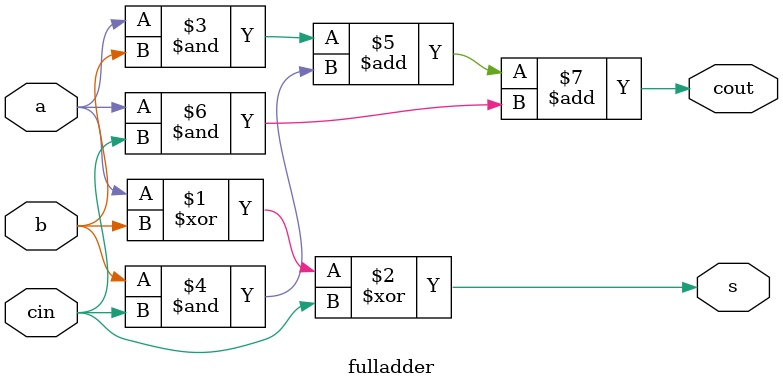
<source format=v>
module fulladder(a,b,cin,s,cout);
input a,b,cin;
output s,cout;
assign s = a^b^cin;
assign cout = ((a&b) + (b&cin) + (a&cin)); 
endmodule
</source>
